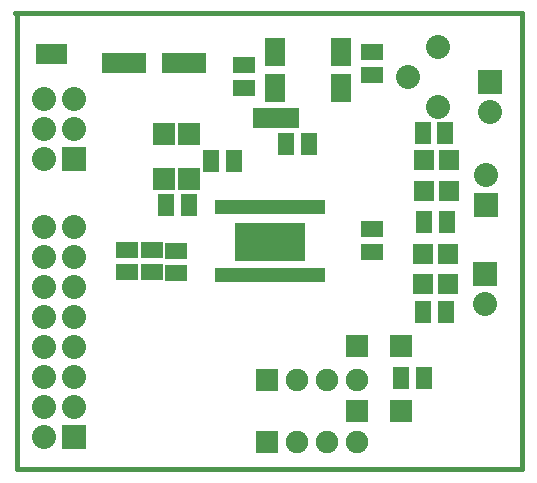
<source format=gts>
G04 (created by PCBNEW-RS274X (2010-05-05 BZR 2356)-stable) date 29/03/2011 14:52:02*
G01*
G70*
G90*
%MOIN*%
G04 Gerber Fmt 3.4, Leading zero omitted, Abs format*
%FSLAX34Y34*%
G04 APERTURE LIST*
%ADD10C,0.006000*%
%ADD11C,0.015000*%
%ADD12R,0.150000X0.070000*%
%ADD13R,0.070000X0.094000*%
%ADD14R,0.075100X0.075100*%
%ADD15R,0.058000X0.070000*%
%ADD16R,0.067200X0.067200*%
%ADD17R,0.080000X0.080000*%
%ADD18C,0.080000*%
%ADD19R,0.075000X0.055000*%
%ADD20R,0.055000X0.075000*%
%ADD21R,0.075000X0.075000*%
%ADD22C,0.075000*%
%ADD23R,0.031800X0.051500*%
%ADD24R,0.236500X0.130200*%
G04 APERTURE END LIST*
G54D10*
G54D11*
X25550Y-22360D02*
X25600Y-22360D01*
X25550Y-37560D02*
X25550Y-22360D01*
X42400Y-37560D02*
X25550Y-37560D01*
X42400Y-22360D02*
X42400Y-37560D01*
X25500Y-22360D02*
X42400Y-22360D01*
G54D12*
X29120Y-24020D03*
X31120Y-24020D03*
G54D13*
X36380Y-23640D03*
X34180Y-23640D03*
X34180Y-24840D03*
X36380Y-24840D03*
G54D14*
X38378Y-33440D03*
X36882Y-33440D03*
G54D15*
X26950Y-23720D03*
X26450Y-23720D03*
X33690Y-25850D03*
X34190Y-25850D03*
X34690Y-25850D03*
G54D16*
X39097Y-30380D03*
X39923Y-30380D03*
X39933Y-31390D03*
X39107Y-31390D03*
X39973Y-27260D03*
X39147Y-27260D03*
X39147Y-28280D03*
X39973Y-28280D03*
G54D17*
X41170Y-31050D03*
G54D18*
X41170Y-32050D03*
G54D17*
X41190Y-28760D03*
G54D18*
X41190Y-27760D03*
X39590Y-25480D03*
X38590Y-24480D03*
X39590Y-23480D03*
G54D19*
X37400Y-29555D03*
X37400Y-30305D03*
G54D20*
X39135Y-29310D03*
X39885Y-29310D03*
G54D19*
X30875Y-30275D03*
X30875Y-31025D03*
X29225Y-30250D03*
X29225Y-31000D03*
X30075Y-30250D03*
X30075Y-31000D03*
G54D20*
X39095Y-26340D03*
X39845Y-26340D03*
X34535Y-26710D03*
X35285Y-26710D03*
X39105Y-32320D03*
X39855Y-32320D03*
X31295Y-28750D03*
X30545Y-28750D03*
X32785Y-27280D03*
X32035Y-27280D03*
X39125Y-34520D03*
X38375Y-34520D03*
G54D19*
X33130Y-24095D03*
X33130Y-24845D03*
X37410Y-24405D03*
X37410Y-23655D03*
G54D17*
X27470Y-27210D03*
G54D18*
X26470Y-27210D03*
X27470Y-26210D03*
X26470Y-26210D03*
X27470Y-25210D03*
X26470Y-25210D03*
G54D17*
X27475Y-36500D03*
G54D18*
X26475Y-36500D03*
X27475Y-35500D03*
X26475Y-35500D03*
X27475Y-34500D03*
X26475Y-34500D03*
X27475Y-33500D03*
X26475Y-33500D03*
X27475Y-32500D03*
X26475Y-32500D03*
X27475Y-31500D03*
X26475Y-31500D03*
X27475Y-30500D03*
X26475Y-30500D03*
X27475Y-29500D03*
X26475Y-29500D03*
G54D17*
X41330Y-24660D03*
G54D18*
X41330Y-25660D03*
G54D21*
X33890Y-34600D03*
G54D22*
X34890Y-34600D03*
X35890Y-34600D03*
X36890Y-34600D03*
G54D21*
X33890Y-36660D03*
G54D22*
X34890Y-36660D03*
X35890Y-36660D03*
X36890Y-36660D03*
G54D14*
X30480Y-27878D03*
X30480Y-26382D03*
X38378Y-35610D03*
X36882Y-35610D03*
X31310Y-26392D03*
X31310Y-27888D03*
G54D23*
X35673Y-28818D03*
X35417Y-28818D03*
X35161Y-28818D03*
X34905Y-28818D03*
X34650Y-28818D03*
X34394Y-28818D03*
X34138Y-28818D03*
X33882Y-28818D03*
X33626Y-28818D03*
X33370Y-28818D03*
X33114Y-28818D03*
X32858Y-28818D03*
X32602Y-28818D03*
X32346Y-28818D03*
X32346Y-31102D03*
X32602Y-31102D03*
X32858Y-31102D03*
X33114Y-31102D03*
X33370Y-31102D03*
X33626Y-31102D03*
X33882Y-31102D03*
X34138Y-31102D03*
X34394Y-31102D03*
X34650Y-31102D03*
X34905Y-31102D03*
X35161Y-31102D03*
X35417Y-31102D03*
X35673Y-31102D03*
G54D24*
X34000Y-30000D03*
M02*

</source>
